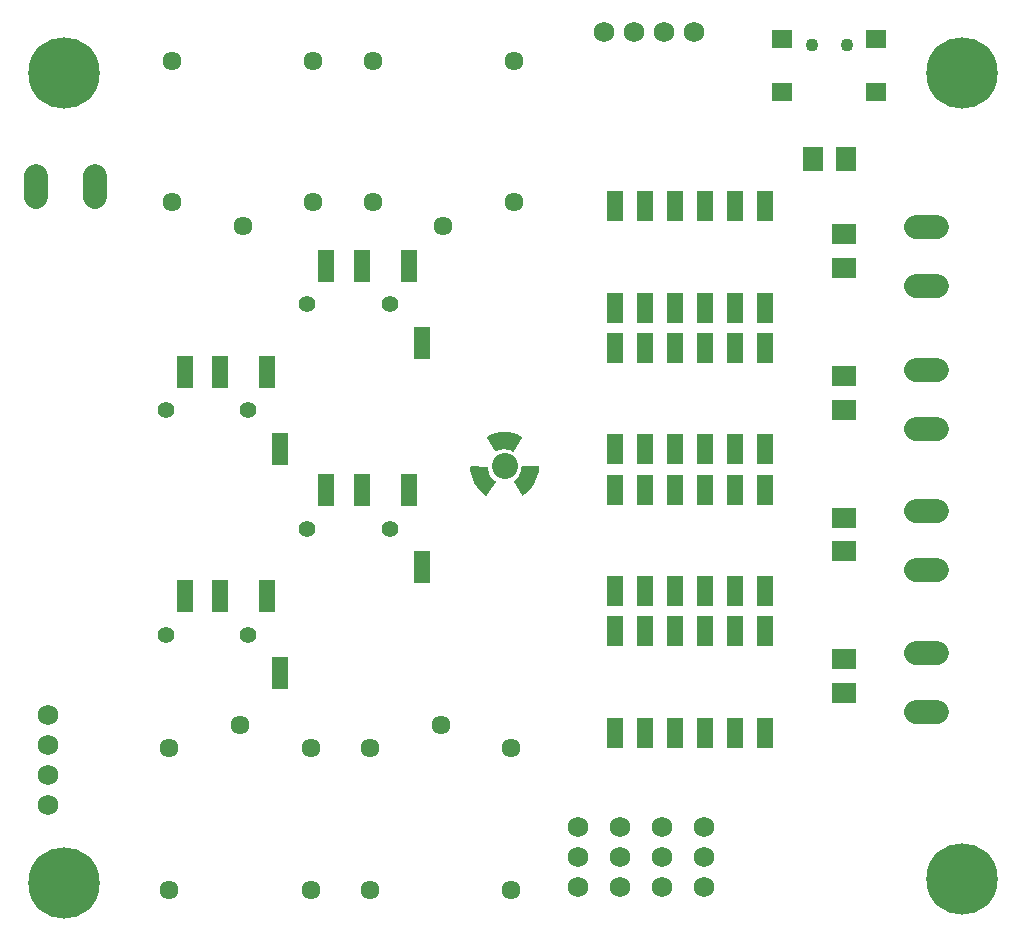
<source format=gbr>
G04 EAGLE Gerber RS-274X export*
G75*
%MOMM*%
%FSLAX34Y34*%
%LPD*%
%INSoldermask Top*%
%IPPOS*%
%AMOC8*
5,1,8,0,0,1.08239X$1,22.5*%
G01*
%ADD10R,1.803200X2.006200*%
%ADD11R,1.753200X1.503200*%
%ADD12C,1.611200*%
%ADD13C,1.727200*%
%ADD14C,1.103200*%
%ADD15C,6.045200*%
%ADD16R,1.403200X2.703200*%
%ADD17C,1.403200*%
%ADD18R,1.333200X2.643200*%
%ADD19R,2.006200X1.803200*%
%ADD20C,1.993900*%
%ADD21C,0.457200*%
%ADD22C,2.203200*%

G36*
X430496Y415182D02*
X430496Y415182D01*
X430571Y415189D01*
X430605Y415204D01*
X430641Y415212D01*
X430705Y415253D01*
X430774Y415285D01*
X430799Y415312D01*
X430831Y415332D01*
X430895Y415411D01*
X430930Y415447D01*
X430936Y415462D01*
X430949Y415477D01*
X437749Y426977D01*
X437779Y427059D01*
X437816Y427139D01*
X437818Y427164D01*
X437827Y427187D01*
X437827Y427275D01*
X437834Y427363D01*
X437827Y427387D01*
X437827Y427412D01*
X437797Y427494D01*
X437773Y427579D01*
X437758Y427599D01*
X437749Y427622D01*
X437692Y427689D01*
X437640Y427760D01*
X437617Y427776D01*
X437603Y427792D01*
X437559Y427817D01*
X437487Y427867D01*
X436287Y428467D01*
X436275Y428471D01*
X436262Y428479D01*
X433362Y429779D01*
X433333Y429786D01*
X433297Y429804D01*
X430497Y430704D01*
X430471Y430707D01*
X430440Y430719D01*
X426840Y431519D01*
X426802Y431521D01*
X426752Y431532D01*
X422852Y431832D01*
X422806Y431828D01*
X422736Y431831D01*
X418936Y431431D01*
X418910Y431423D01*
X418873Y431421D01*
X414573Y430521D01*
X414536Y430506D01*
X414482Y430495D01*
X410982Y429195D01*
X410953Y429177D01*
X410909Y429162D01*
X408609Y427962D01*
X408543Y427911D01*
X408472Y427865D01*
X408454Y427842D01*
X408432Y427825D01*
X408387Y427753D01*
X408337Y427686D01*
X408329Y427659D01*
X408314Y427634D01*
X408297Y427552D01*
X408273Y427471D01*
X408274Y427443D01*
X408269Y427415D01*
X408282Y427331D01*
X408287Y427247D01*
X408300Y427217D01*
X408303Y427193D01*
X408328Y427150D01*
X408359Y427074D01*
X415259Y415574D01*
X415271Y415560D01*
X415278Y415544D01*
X415344Y415476D01*
X415407Y415405D01*
X415422Y415396D01*
X415435Y415384D01*
X415521Y415343D01*
X415604Y415298D01*
X415621Y415295D01*
X415637Y415288D01*
X415732Y415280D01*
X415826Y415266D01*
X415843Y415270D01*
X415861Y415268D01*
X416043Y415313D01*
X418224Y416205D01*
X419653Y416682D01*
X421469Y416968D01*
X423277Y417064D01*
X426177Y416677D01*
X428282Y416103D01*
X430131Y415227D01*
X430167Y415217D01*
X430199Y415199D01*
X430275Y415188D01*
X430348Y415168D01*
X430385Y415171D01*
X430421Y415166D01*
X430496Y415182D01*
G37*
G36*
X438116Y377867D02*
X438116Y377867D01*
X438124Y377866D01*
X438226Y377888D01*
X438328Y377907D01*
X438336Y377912D01*
X438344Y377913D01*
X438378Y377935D01*
X438491Y377998D01*
X441591Y380398D01*
X441603Y380411D01*
X441621Y380423D01*
X443221Y381823D01*
X443236Y381843D01*
X443262Y381863D01*
X445262Y383963D01*
X445274Y383981D01*
X445295Y384000D01*
X446595Y385600D01*
X446603Y385614D01*
X446617Y385629D01*
X447917Y387429D01*
X447932Y387459D01*
X447959Y387494D01*
X449059Y389494D01*
X449069Y389524D01*
X449090Y389560D01*
X449990Y391760D01*
X449993Y391774D01*
X450002Y391790D01*
X450702Y393790D01*
X450702Y393795D01*
X450705Y393799D01*
X451405Y395899D01*
X451411Y395944D01*
X451431Y396010D01*
X451729Y398101D01*
X452128Y400391D01*
X452127Y400436D01*
X452137Y400500D01*
X452137Y402000D01*
X452125Y402065D01*
X452124Y402131D01*
X452106Y402174D01*
X452097Y402221D01*
X452064Y402278D01*
X452039Y402338D01*
X452007Y402373D01*
X451983Y402414D01*
X451932Y402456D01*
X451888Y402504D01*
X451846Y402526D01*
X451809Y402555D01*
X451747Y402576D01*
X451688Y402607D01*
X451634Y402615D01*
X451597Y402627D01*
X451557Y402626D01*
X451503Y402634D01*
X437903Y402634D01*
X437868Y402628D01*
X437833Y402630D01*
X437758Y402608D01*
X437682Y402595D01*
X437652Y402577D01*
X437618Y402567D01*
X437556Y402520D01*
X437489Y402480D01*
X437467Y402453D01*
X437438Y402432D01*
X437396Y402366D01*
X437347Y402306D01*
X437336Y402273D01*
X437317Y402243D01*
X437291Y402140D01*
X437276Y402094D01*
X437276Y402079D01*
X437272Y402061D01*
X436978Y399028D01*
X436319Y396956D01*
X434779Y394262D01*
X432954Y392053D01*
X430904Y390393D01*
X430890Y390377D01*
X430873Y390366D01*
X430817Y390293D01*
X430757Y390223D01*
X430750Y390204D01*
X430737Y390187D01*
X430711Y390099D01*
X430679Y390013D01*
X430679Y389992D01*
X430673Y389972D01*
X430679Y389881D01*
X430678Y389789D01*
X430686Y389769D01*
X430687Y389749D01*
X430751Y389592D01*
X430756Y389578D01*
X430757Y389577D01*
X430758Y389575D01*
X437558Y378175D01*
X437626Y378097D01*
X437692Y378017D01*
X437700Y378012D01*
X437705Y378006D01*
X437797Y377956D01*
X437886Y377904D01*
X437895Y377903D01*
X437902Y377898D01*
X438005Y377883D01*
X438107Y377866D01*
X438116Y377867D01*
G37*
G36*
X407950Y377873D02*
X407950Y377873D01*
X407986Y377871D01*
X408060Y377895D01*
X408135Y377910D01*
X408166Y377929D01*
X408200Y377940D01*
X408260Y377987D01*
X408326Y378027D01*
X408352Y378059D01*
X408377Y378078D01*
X408401Y378118D01*
X408445Y378172D01*
X415345Y389572D01*
X415360Y389609D01*
X415382Y389642D01*
X415400Y389713D01*
X415426Y389781D01*
X415426Y389821D01*
X415436Y389860D01*
X415428Y389933D01*
X415428Y390005D01*
X415415Y390043D01*
X415410Y390083D01*
X415377Y390148D01*
X415352Y390217D01*
X415327Y390247D01*
X415308Y390283D01*
X415240Y390349D01*
X415208Y390388D01*
X415191Y390398D01*
X415174Y390414D01*
X413415Y391685D01*
X412087Y393012D01*
X410838Y394742D01*
X409980Y396268D01*
X409399Y397818D01*
X408916Y399170D01*
X408633Y400585D01*
X408535Y401945D01*
X408525Y401985D01*
X408524Y402026D01*
X408498Y402093D01*
X408480Y402163D01*
X408457Y402196D01*
X408442Y402234D01*
X408393Y402288D01*
X408353Y402347D01*
X408319Y402371D01*
X408292Y402401D01*
X408228Y402435D01*
X408169Y402476D01*
X408129Y402486D01*
X408093Y402505D01*
X408001Y402520D01*
X407952Y402532D01*
X407932Y402530D01*
X407908Y402534D01*
X394508Y402634D01*
X394427Y402620D01*
X394345Y402614D01*
X394317Y402601D01*
X394286Y402596D01*
X394216Y402555D01*
X394141Y402521D01*
X394119Y402499D01*
X394092Y402484D01*
X394040Y402421D01*
X393983Y402363D01*
X393970Y402334D01*
X393950Y402310D01*
X393923Y402233D01*
X393889Y402159D01*
X393885Y402124D01*
X393876Y402098D01*
X393877Y402061D01*
X393877Y402050D01*
X393869Y401972D01*
X393969Y399672D01*
X393977Y399637D01*
X393978Y399589D01*
X394478Y396789D01*
X394484Y396775D01*
X394484Y396763D01*
X394488Y396754D01*
X394489Y396741D01*
X395189Y394041D01*
X395198Y394020D01*
X395204Y393992D01*
X396004Y391692D01*
X396019Y391665D01*
X396031Y391626D01*
X397131Y389326D01*
X397140Y389314D01*
X397146Y389296D01*
X398346Y387096D01*
X398365Y387072D01*
X398381Y387041D01*
X398383Y387036D01*
X399783Y385036D01*
X399798Y385022D01*
X399811Y385000D01*
X401111Y383400D01*
X401132Y383381D01*
X401154Y383352D01*
X403154Y381352D01*
X403162Y381347D01*
X403168Y381338D01*
X404868Y379738D01*
X404906Y379714D01*
X404956Y379669D01*
X407556Y377969D01*
X407626Y377939D01*
X407693Y377901D01*
X407729Y377896D01*
X407762Y377882D01*
X407839Y377878D01*
X407915Y377866D01*
X407950Y377873D01*
G37*
D10*
X683780Y663000D03*
X712220Y663000D03*
D11*
X737750Y764500D03*
X658250Y764500D03*
X737750Y719500D03*
X658250Y719500D03*
D12*
X261200Y746100D03*
X141200Y626100D03*
X201200Y606100D03*
X141200Y746100D03*
X261200Y626100D03*
X431200Y746100D03*
X311200Y626100D03*
X371200Y606100D03*
X311200Y746100D03*
X431200Y626100D03*
X138800Y43900D03*
X258800Y163900D03*
X198800Y183900D03*
X258800Y43900D03*
X138800Y163900D03*
X308800Y43900D03*
X428800Y163900D03*
X368800Y183900D03*
X428800Y43900D03*
X308800Y163900D03*
D13*
X36000Y115900D03*
X36000Y141300D03*
X36000Y166700D03*
X36000Y192100D03*
D14*
X683000Y759000D03*
X713000Y759000D03*
D15*
X50000Y50000D03*
X810000Y53000D03*
X50000Y736000D03*
X810000Y736000D03*
D16*
X222000Y292500D03*
X233000Y227500D03*
X182000Y292500D03*
X152000Y292500D03*
D17*
X136000Y260000D03*
X206000Y260000D03*
D16*
X342000Y382500D03*
X353000Y317500D03*
X302000Y382500D03*
X272000Y382500D03*
D17*
X256000Y350000D03*
X326000Y350000D03*
D16*
X222000Y482500D03*
X233000Y417500D03*
X182000Y482500D03*
X152000Y482500D03*
D17*
X136000Y450000D03*
X206000Y450000D03*
D16*
X342000Y572500D03*
X353000Y507500D03*
X302000Y572500D03*
X272000Y572500D03*
D17*
X256000Y540000D03*
X326000Y540000D03*
D18*
X643500Y623000D03*
X618100Y623000D03*
X592700Y623000D03*
X567300Y623000D03*
X541900Y623000D03*
X516500Y623000D03*
X516500Y537000D03*
X541900Y537000D03*
X567300Y537000D03*
X592700Y537000D03*
X618100Y537000D03*
X643500Y537000D03*
X643500Y503000D03*
X618100Y503000D03*
X592700Y503000D03*
X567300Y503000D03*
X541900Y503000D03*
X516500Y503000D03*
X516500Y417000D03*
X541900Y417000D03*
X567300Y417000D03*
X592700Y417000D03*
X618100Y417000D03*
X643500Y417000D03*
X643500Y383000D03*
X618100Y383000D03*
X592700Y383000D03*
X567300Y383000D03*
X541900Y383000D03*
X516500Y383000D03*
X516500Y297000D03*
X541900Y297000D03*
X567300Y297000D03*
X592700Y297000D03*
X618100Y297000D03*
X643500Y297000D03*
X643500Y263000D03*
X618100Y263000D03*
X592700Y263000D03*
X567300Y263000D03*
X541900Y263000D03*
X516500Y263000D03*
X516500Y177000D03*
X541900Y177000D03*
X567300Y177000D03*
X592700Y177000D03*
X618100Y177000D03*
X643500Y177000D03*
D19*
X710000Y570780D03*
X710000Y599220D03*
X710000Y450780D03*
X710000Y479220D03*
X710000Y330780D03*
X710000Y359220D03*
X710000Y210780D03*
X710000Y239220D03*
D20*
X26352Y630504D02*
X26352Y648411D01*
X76352Y648411D02*
X76352Y630504D01*
X771364Y555272D02*
X789271Y555272D01*
X789271Y605272D02*
X771364Y605272D01*
X771364Y434222D02*
X789271Y434222D01*
X789271Y484222D02*
X771364Y484222D01*
X771364Y314494D02*
X789271Y314494D01*
X789271Y364494D02*
X771364Y364494D01*
X771364Y194767D02*
X789271Y194767D01*
X789271Y244767D02*
X771364Y244767D01*
D21*
X423003Y428000D03*
X445000Y389900D03*
X401006Y389900D03*
D22*
X423003Y402600D03*
D13*
X485400Y46900D03*
X485400Y72300D03*
X485400Y97700D03*
X520800Y46900D03*
X520800Y72300D03*
X520800Y97700D03*
X556200Y46900D03*
X556200Y72300D03*
X556200Y97700D03*
X591600Y46900D03*
X591600Y72300D03*
X591600Y97700D03*
X583100Y770000D03*
X557700Y770000D03*
X532300Y770000D03*
X506900Y770000D03*
M02*

</source>
